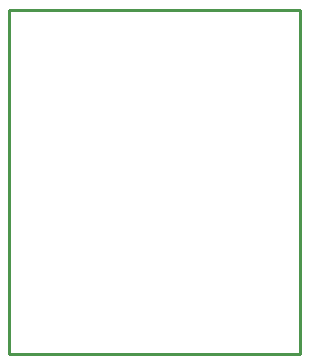
<source format=gko>
G04 Layer: BoardOutlineLayer*
G04 EasyEDA v6.5.22, 2023-03-24 07:10:57*
G04 6991770a96b14d5289c1552341fa82f2,10*
G04 Gerber Generator version 0.2*
G04 Scale: 100 percent, Rotated: No, Reflected: No *
G04 Dimensions in millimeters *
G04 leading zeros omitted , absolute positions ,4 integer and 5 decimal *
%FSLAX45Y45*%
%MOMM*%

%ADD10C,0.2540*%
D10*
X76200Y2997200D02*
G01*
X2540000Y2997200D01*
X2540000Y88900D01*
X76200Y88900D01*
X76200Y2997200D01*

%LPD*%
M02*

</source>
